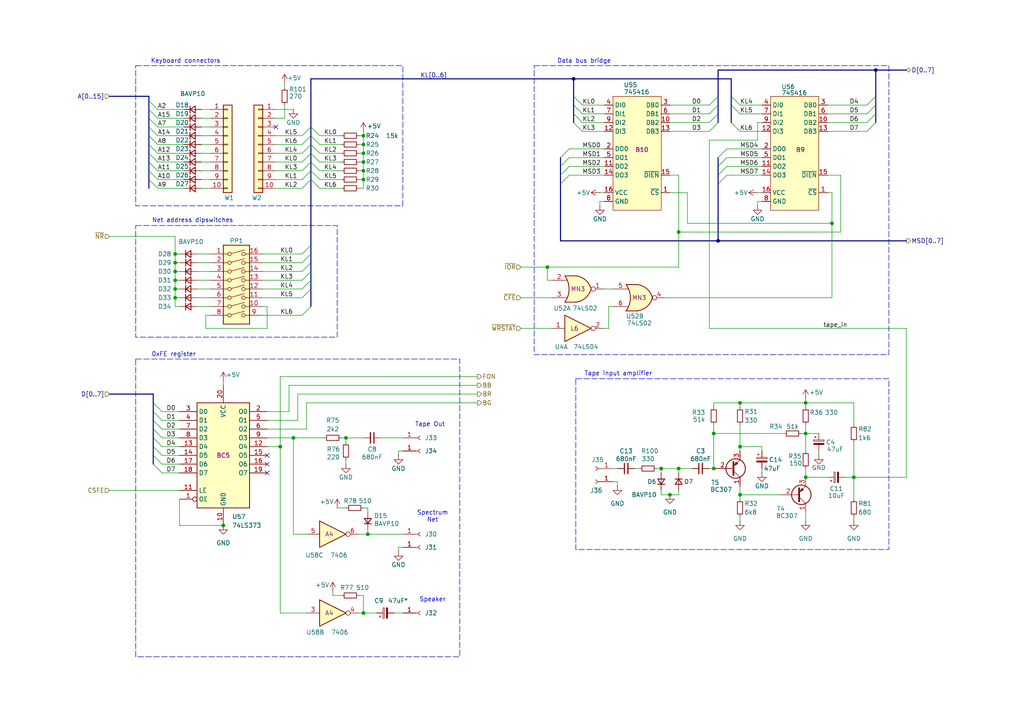
<source format=kicad_sch>
(kicad_sch (version 20231120) (generator "eeschema") (generator_version "8.0")
  (paper "A4")
  (title_block (title "Elwro 800 Junior Rev C - keyboard, tape, 0xFE reg") (company "Przemysław Węgrzyn <pwegrzyn@codepainters.com>"))
  (junction (at 158.75 77.47))
  (junction (at 105.41 177.8))
  (junction (at 208.28 69.85))
  (junction (at 254 20.32))
  (junction (at 214.63 129.54))
  (junction (at 64.77 152.4))
  (junction (at 233.68 116.84))
  (junction (at 50.8 78.74))
  (junction (at 214.63 143.51))
  (junction (at 50.8 81.28))
  (junction (at 166.37 22.86))
  (junction (at 207.01 135.89))
  (junction (at 214.63 116.84))
  (junction (at 105.41 49.53))
  (junction (at 194.31 143.51))
  (junction (at 241.3 64.77))
  (junction (at 50.8 86.36))
  (junction (at 105.41 44.45))
  (junction (at 196.85 135.89))
  (junction (at 105.41 52.07))
  (junction (at 105.41 41.91))
  (junction (at 105.41 39.37))
  (junction (at 50.8 83.82))
  (junction (at 196.85 67.31))
  (junction (at 191.77 135.89))
  (junction (at 207.01 125.73))
  (junction (at 50.8 76.2))
  (junction (at 100.33 127))
  (junction (at 105.41 46.99))
  (junction (at 85.09 127))
  (junction (at 81.28 129.54))
  (junction (at 233.68 125.73))
  (junction (at 233.68 138.43))
  (junction (at 106.68 154.94))
  (junction (at 50.8 73.66))
  (junction (at 247.65 138.43))
  (no_connect (at 77.47 134.62))
  (no_connect (at 77.47 137.16))
  (no_connect (at 80.01 36.83))
  (no_connect (at 77.47 132.08))
  (bus_entry (at 44.45 127) (size 2.54 2.54))
  (bus_entry (at 87.63 49.53) (size 2.54 -2.54))
  (bus_entry (at 43.18 39.37) (size 2.54 2.54))
  (bus_entry (at 210.82 48.26) (size -2.54 2.54))
  (bus_entry (at 87.63 86.36) (size 2.54 -2.54))
  (bus_entry (at 87.63 39.37) (size 2.54 -2.54))
  (bus_entry (at 212.09 27.94) (size 2.54 2.54))
  (bus_entry (at 251.46 33.02) (size 2.54 -2.54))
  (bus_entry (at 87.63 76.2) (size 2.54 -2.54))
  (bus_entry (at 43.18 46.99) (size 2.54 2.54))
  (bus_entry (at 90.17 49.53) (size 2.54 2.54))
  (bus_entry (at 44.45 121.92) (size 2.54 2.54))
  (bus_entry (at 90.17 36.83) (size 2.54 2.54))
  (bus_entry (at 165.1 43.18) (size -2.54 2.54))
  (bus_entry (at 44.45 124.46) (size 2.54 2.54))
  (bus_entry (at 90.17 52.07) (size 2.54 2.54))
  (bus_entry (at 87.63 73.66) (size 2.54 -2.54))
  (bus_entry (at 87.63 83.82) (size 2.54 -2.54))
  (bus_entry (at 166.37 35.56) (size 2.54 2.54))
  (bus_entry (at 43.18 36.83) (size 2.54 2.54))
  (bus_entry (at 165.1 45.72) (size -2.54 2.54))
  (bus_entry (at 251.46 38.1) (size 2.54 -2.54))
  (bus_entry (at 166.37 27.94) (size 2.54 2.54))
  (bus_entry (at 205.74 38.1) (size 2.54 -2.54))
  (bus_entry (at 205.74 30.48) (size 2.54 -2.54))
  (bus_entry (at 44.45 116.84) (size 2.54 2.54))
  (bus_entry (at 87.63 91.44) (size 2.54 -2.54))
  (bus_entry (at 44.45 119.38) (size 2.54 2.54))
  (bus_entry (at 43.18 31.75) (size 2.54 2.54))
  (bus_entry (at 90.17 39.37) (size 2.54 2.54))
  (bus_entry (at 166.37 30.48) (size 2.54 2.54))
  (bus_entry (at 87.63 81.28) (size 2.54 -2.54))
  (bus_entry (at 87.63 44.45) (size 2.54 -2.54))
  (bus_entry (at 87.63 78.74) (size 2.54 -2.54))
  (bus_entry (at 210.82 43.18) (size -2.54 2.54))
  (bus_entry (at 165.1 48.26) (size -2.54 2.54))
  (bus_entry (at 43.18 49.53) (size 2.54 2.54))
  (bus_entry (at 90.17 41.91) (size 2.54 2.54))
  (bus_entry (at 44.45 129.54) (size 2.54 2.54))
  (bus_entry (at 44.45 134.62) (size 2.54 2.54))
  (bus_entry (at 210.82 45.72) (size -2.54 2.54))
  (bus_entry (at 87.63 52.07) (size 2.54 -2.54))
  (bus_entry (at 205.74 35.56) (size 2.54 -2.54))
  (bus_entry (at 44.45 132.08) (size 2.54 2.54))
  (bus_entry (at 43.18 34.29) (size 2.54 2.54))
  (bus_entry (at 43.18 52.07) (size 2.54 2.54))
  (bus_entry (at 87.63 46.99) (size 2.54 -2.54))
  (bus_entry (at 210.82 50.8) (size -2.54 2.54))
  (bus_entry (at 205.74 33.02) (size 2.54 -2.54))
  (bus_entry (at 90.17 44.45) (size 2.54 2.54))
  (bus_entry (at 212.09 30.48) (size 2.54 2.54))
  (bus_entry (at 43.18 41.91) (size 2.54 2.54))
  (bus_entry (at 166.37 33.02) (size 2.54 2.54))
  (bus_entry (at 43.18 29.21) (size 2.54 2.54))
  (bus_entry (at 87.63 41.91) (size 2.54 -2.54))
  (bus_entry (at 87.63 54.61) (size 2.54 -2.54))
  (bus_entry (at 251.46 30.48) (size 2.54 -2.54))
  (bus_entry (at 251.46 35.56) (size 2.54 -2.54))
  (bus_entry (at 90.17 46.99) (size 2.54 2.54))
  (bus_entry (at 165.1 50.8) (size -2.54 2.54))
  (bus_entry (at 43.18 44.45) (size 2.54 2.54))
  (bus_entry (at 212.09 35.56) (size 2.54 2.54))
  (wire (pts (xy 105.41 39.37) (xy 105.41 41.91)))
  (wire (pts (xy 50.8 81.28) (xy 52.07 81.28)))
  (wire (pts (xy 46.99 132.08) (xy 52.07 132.08)))
  (wire (pts (xy 50.8 86.36) (xy 52.07 86.36)))
  (bus (pts (xy 43.18 44.45) (xy 43.18 46.99)))
  (wire (pts (xy 138.43 111.76) (xy 83.82 111.76)))
  (bus (pts (xy 212.09 30.48) (xy 212.09 35.56)))
  (wire (pts (xy 58.42 31.75) (xy 60.96 31.75)))
  (wire (pts (xy 196.85 50.8) (xy 196.85 67.31)))
  (bus (pts (xy 43.18 27.94) (xy 43.18 29.21)))
  (wire (pts (xy 115.57 132.08) (xy 115.57 130.81)))
  (wire (pts (xy 173.99 58.42) (xy 175.26 58.42)))
  (wire (pts (xy 76.2 91.44) (xy 87.63 91.44)))
  (bus (pts (xy 262.89 69.85) (xy 208.28 69.85)))
  (bus (pts (xy 90.17 36.83) (xy 90.17 39.37)))
  (wire (pts (xy 247.65 128.27) (xy 247.65 138.43)))
  (bus (pts (xy 90.17 73.66) (xy 90.17 76.2)))
  (wire (pts (xy 88.9 177.8) (xy 81.28 177.8)))
  (wire (pts (xy 205.74 40.64) (xy 205.74 95.25)))
  (wire (pts (xy 105.41 46.99) (xy 105.41 49.53)))
  (wire (pts (xy 175.26 95.25) (xy 176.53 95.25)))
  (wire (pts (xy 196.85 77.47) (xy 196.85 67.31)))
  (wire (pts (xy 77.47 119.38) (xy 83.82 119.38)))
  (wire (pts (xy 158.75 77.47) (xy 158.75 81.28)))
  (bus (pts (xy 43.18 31.75) (xy 43.18 34.29)))
  (wire (pts (xy 104.14 49.53) (xy 105.41 49.53)))
  (wire (pts (xy 214.63 116.84) (xy 233.68 116.84)))
  (wire (pts (xy 233.68 123.19) (xy 233.68 125.73)))
  (bus (pts (xy 162.56 53.34) (xy 162.56 69.85)))
  (wire (pts (xy 247.65 116.84) (xy 233.68 116.84)))
  (wire (pts (xy 105.41 49.53) (xy 105.41 52.07)))
  (wire (pts (xy 168.91 38.1) (xy 175.26 38.1)))
  (bus (pts (xy 208.28 48.26) (xy 208.28 50.8)))
  (wire (pts (xy 92.71 41.91) (xy 99.06 41.91)))
  (wire (pts (xy 104.14 52.07) (xy 105.41 52.07)))
  (wire (pts (xy 100.33 127) (xy 99.06 127)))
  (wire (pts (xy 194.31 33.02) (xy 205.74 33.02)))
  (wire (pts (xy 105.41 177.8) (xy 104.14 177.8)))
  (wire (pts (xy 196.85 135.89) (xy 196.85 137.16)))
  (wire (pts (xy 219.71 58.42) (xy 220.98 58.42)))
  (wire (pts (xy 214.63 33.02) (xy 220.98 33.02)))
  (wire (pts (xy 77.47 127) (xy 85.09 127)))
  (wire (pts (xy 220.98 129.54) (xy 214.63 129.54)))
  (wire (pts (xy 50.8 73.66) (xy 50.8 68.58)))
  (wire (pts (xy 193.04 86.36) (xy 241.3 86.36)))
  (wire (pts (xy 247.65 138.43) (xy 245.11 138.43)))
  (wire (pts (xy 168.91 30.48) (xy 175.26 30.48)))
  (wire (pts (xy 50.8 78.74) (xy 50.8 81.28)))
  (wire (pts (xy 214.63 118.11) (xy 214.63 116.84)))
  (bus (pts (xy 90.17 76.2) (xy 90.17 78.74)))
  (wire (pts (xy 104.14 154.94) (xy 106.68 154.94)))
  (wire (pts (xy 196.85 67.31) (xy 243.84 67.31)))
  (bus (pts (xy 212.09 27.94) (xy 212.09 30.48)))
  (bus (pts (xy 43.18 49.53) (xy 43.18 52.07)))
  (wire (pts (xy 191.77 135.89) (xy 191.77 137.16)))
  (wire (pts (xy 86.36 121.92) (xy 86.36 114.3)))
  (wire (pts (xy 45.72 36.83) (xy 53.34 36.83)))
  (bus (pts (xy 90.17 39.37) (xy 90.17 41.91)))
  (wire (pts (xy 92.71 44.45) (xy 99.06 44.45)))
  (wire (pts (xy 175.26 83.82) (xy 177.8 83.82)))
  (wire (pts (xy 151.13 77.47) (xy 158.75 77.47)))
  (wire (pts (xy 45.72 41.91) (xy 53.34 41.91)))
  (wire (pts (xy 57.15 78.74) (xy 60.96 78.74)))
  (wire (pts (xy 45.72 31.75) (xy 53.34 31.75)))
  (bus (pts (xy 208.28 30.48) (xy 208.28 27.94)))
  (wire (pts (xy 46.99 134.62) (xy 52.07 134.62)))
  (wire (pts (xy 50.8 86.36) (xy 50.8 88.9)))
  (bus (pts (xy 208.28 20.32) (xy 254 20.32)))
  (bus (pts (xy 43.18 39.37) (xy 43.18 41.91)))
  (wire (pts (xy 151.13 86.36) (xy 160.02 86.36)))
  (wire (pts (xy 52.07 73.66) (xy 50.8 73.66)))
  (bus (pts (xy 254 35.56) (xy 254 33.02)))
  (wire (pts (xy 165.1 48.26) (xy 175.26 48.26)))
  (wire (pts (xy 88.9 116.84) (xy 88.9 124.46)))
  (wire (pts (xy 194.31 55.88) (xy 199.39 55.88)))
  (wire (pts (xy 207.01 125.73) (xy 207.01 135.89)))
  (wire (pts (xy 219.71 59.69) (xy 219.71 58.42)))
  (wire (pts (xy 57.15 83.82) (xy 60.96 83.82)))
  (wire (pts (xy 190.5 135.89) (xy 191.77 135.89)))
  (wire (pts (xy 243.84 67.31) (xy 243.84 50.8)))
  (wire (pts (xy 165.1 45.72) (xy 175.26 45.72)))
  (wire (pts (xy 214.63 149.86) (xy 214.63 151.13)))
  (wire (pts (xy 177.8 135.89) (xy 179.07 135.89)))
  (wire (pts (xy 262.89 95.25) (xy 262.89 138.43)))
  (wire (pts (xy 194.31 143.51) (xy 191.77 143.51)))
  (wire (pts (xy 50.8 73.66) (xy 50.8 76.2)))
  (wire (pts (xy 176.53 95.25) (xy 176.53 88.9)))
  (wire (pts (xy 80.01 34.29) (xy 82.55 34.29)))
  (wire (pts (xy 81.28 129.54) (xy 81.28 109.22)))
  (wire (pts (xy 160.02 81.28) (xy 158.75 81.28)))
  (wire (pts (xy 45.72 46.99) (xy 53.34 46.99)))
  (wire (pts (xy 58.42 49.53) (xy 60.96 49.53)))
  (wire (pts (xy 243.84 50.8) (xy 240.03 50.8)))
  (wire (pts (xy 207.01 123.19) (xy 207.01 125.73)))
  (wire (pts (xy 57.15 76.2) (xy 60.96 76.2)))
  (wire (pts (xy 59.69 95.25) (xy 77.47 95.25)))
  (wire (pts (xy 165.1 43.18) (xy 175.26 43.18)))
  (wire (pts (xy 85.09 127) (xy 85.09 154.94)))
  (wire (pts (xy 31.75 142.24) (xy 52.07 142.24)))
  (wire (pts (xy 80.01 49.53) (xy 87.63 49.53)))
  (bus (pts (xy 208.28 69.85) (xy 162.56 69.85)))
  (wire (pts (xy 240.03 35.56) (xy 251.46 35.56)))
  (wire (pts (xy 199.39 55.88) (xy 199.39 64.77)))
  (bus (pts (xy 44.45 134.62) (xy 44.45 132.08)))
  (bus (pts (xy 43.18 29.21) (xy 43.18 31.75)))
  (wire (pts (xy 50.8 76.2) (xy 50.8 78.74)))
  (wire (pts (xy 81.28 109.22) (xy 138.43 109.22)))
  (wire (pts (xy 233.68 148.59) (xy 233.68 151.13)))
  (wire (pts (xy 196.85 135.89) (xy 200.66 135.89)))
  (bus (pts (xy 208.28 50.8) (xy 208.28 53.34)))
  (wire (pts (xy 50.8 81.28) (xy 50.8 83.82)))
  (wire (pts (xy 240.03 33.02) (xy 251.46 33.02)))
  (wire (pts (xy 50.8 88.9) (xy 52.07 88.9)))
  (wire (pts (xy 179.07 140.97) (xy 179.07 139.7)))
  (wire (pts (xy 50.8 78.74) (xy 52.07 78.74)))
  (wire (pts (xy 220.98 35.56) (xy 219.71 35.56)))
  (wire (pts (xy 110.49 127) (xy 116.84 127)))
  (wire (pts (xy 58.42 44.45) (xy 60.96 44.45)))
  (bus (pts (xy 166.37 22.86) (xy 212.09 22.86)))
  (wire (pts (xy 77.47 124.46) (xy 88.9 124.46)))
  (wire (pts (xy 191.77 143.51) (xy 191.77 142.24)))
  (wire (pts (xy 76.2 81.28) (xy 87.63 81.28)))
  (wire (pts (xy 46.99 119.38) (xy 52.07 119.38)))
  (wire (pts (xy 241.3 64.77) (xy 199.39 64.77)))
  (wire (pts (xy 59.69 91.44) (xy 59.69 95.25)))
  (wire (pts (xy 58.42 34.29) (xy 60.96 34.29)))
  (wire (pts (xy 115.57 130.81) (xy 116.84 130.81)))
  (wire (pts (xy 105.41 172.72) (xy 105.41 177.8)))
  (wire (pts (xy 105.41 44.45) (xy 105.41 46.99)))
  (wire (pts (xy 237.49 125.73) (xy 233.68 125.73)))
  (wire (pts (xy 210.82 43.18) (xy 220.98 43.18)))
  (wire (pts (xy 80.01 44.45) (xy 87.63 44.45)))
  (wire (pts (xy 194.31 143.51) (xy 196.85 143.51)))
  (wire (pts (xy 86.36 114.3) (xy 138.43 114.3)))
  (wire (pts (xy 80.01 31.75) (xy 85.09 31.75)))
  (wire (pts (xy 97.79 147.32) (xy 100.33 147.32)))
  (wire (pts (xy 80.01 41.91) (xy 87.63 41.91)))
  (wire (pts (xy 105.41 38.1) (xy 105.41 39.37)))
  (wire (pts (xy 220.98 130.81) (xy 220.98 129.54)))
  (bus (pts (xy 254 20.32) (xy 254 27.94)))
  (wire (pts (xy 105.41 147.32) (xy 106.68 147.32)))
  (bus (pts (xy 162.56 48.26) (xy 162.56 50.8)))
  (wire (pts (xy 115.57 160.02) (xy 115.57 158.75)))
  (wire (pts (xy 210.82 50.8) (xy 220.98 50.8)))
  (wire (pts (xy 50.8 83.82) (xy 52.07 83.82)))
  (wire (pts (xy 46.99 127) (xy 52.07 127)))
  (wire (pts (xy 214.63 116.84) (xy 207.01 116.84)))
  (wire (pts (xy 105.41 54.61) (xy 104.14 54.61)))
  (wire (pts (xy 58.42 36.83) (xy 60.96 36.83)))
  (wire (pts (xy 45.72 54.61) (xy 53.34 54.61)))
  (wire (pts (xy 46.99 137.16) (xy 52.07 137.16)))
  (bus (pts (xy 254 30.48) (xy 254 27.94)))
  (wire (pts (xy 45.72 34.29) (xy 53.34 34.29)))
  (wire (pts (xy 173.99 59.69) (xy 173.99 58.42)))
  (wire (pts (xy 194.31 35.56) (xy 205.74 35.56)))
  (wire (pts (xy 247.65 123.19) (xy 247.65 116.84)))
  (wire (pts (xy 80.01 46.99) (xy 87.63 46.99)))
  (wire (pts (xy 219.71 35.56) (xy 219.71 40.64)))
  (wire (pts (xy 237.49 130.81) (xy 237.49 132.08)))
  (wire (pts (xy 92.71 39.37) (xy 99.06 39.37)))
  (wire (pts (xy 241.3 64.77) (xy 241.3 86.36)))
  (wire (pts (xy 81.28 177.8) (xy 81.28 129.54)))
  (wire (pts (xy 168.91 33.02) (xy 175.26 33.02)))
  (bus (pts (xy 43.18 34.29) (xy 43.18 36.83)))
  (wire (pts (xy 115.57 158.75) (xy 116.84 158.75)))
  (bus (pts (xy 90.17 44.45) (xy 90.17 46.99)))
  (wire (pts (xy 76.2 78.74) (xy 87.63 78.74)))
  (wire (pts (xy 77.47 129.54) (xy 81.28 129.54)))
  (wire (pts (xy 57.15 86.36) (xy 60.96 86.36)))
  (wire (pts (xy 106.68 154.94) (xy 116.84 154.94)))
  (bus (pts (xy 44.45 119.38) (xy 44.45 116.84)))
  (bus (pts (xy 208.28 53.34) (xy 208.28 69.85)))
  (bus (pts (xy 90.17 22.86) (xy 90.17 36.83)))
  (wire (pts (xy 114.3 177.8) (xy 116.84 177.8)))
  (wire (pts (xy 58.42 46.99) (xy 60.96 46.99)))
  (wire (pts (xy 105.41 41.91) (xy 105.41 44.45)))
  (wire (pts (xy 191.77 135.89) (xy 196.85 135.89)))
  (bus (pts (xy 166.37 27.94) (xy 166.37 30.48)))
  (wire (pts (xy 100.33 127) (xy 105.41 127)))
  (wire (pts (xy 207.01 116.84) (xy 207.01 118.11)))
  (bus (pts (xy 90.17 71.12) (xy 90.17 73.66)))
  (wire (pts (xy 76.2 83.82) (xy 87.63 83.82)))
  (wire (pts (xy 57.15 88.9) (xy 60.96 88.9)))
  (wire (pts (xy 52.07 152.4) (xy 64.77 152.4)))
  (wire (pts (xy 105.41 52.07) (xy 105.41 54.61)))
  (wire (pts (xy 106.68 147.32) (xy 106.68 148.59)))
  (wire (pts (xy 76.2 86.36) (xy 87.63 86.36)))
  (wire (pts (xy 80.01 54.61) (xy 87.63 54.61)))
  (wire (pts (xy 77.47 95.25) (xy 77.47 88.9)))
  (bus (pts (xy 90.17 46.99) (xy 90.17 49.53)))
  (wire (pts (xy 168.91 35.56) (xy 175.26 35.56)))
  (wire (pts (xy 57.15 73.66) (xy 60.96 73.66)))
  (bus (pts (xy 90.17 22.86) (xy 166.37 22.86)))
  (wire (pts (xy 184.15 135.89) (xy 185.42 135.89)))
  (wire (pts (xy 214.63 140.97) (xy 214.63 143.51)))
  (bus (pts (xy 162.56 50.8) (xy 162.56 53.34)))
  (wire (pts (xy 77.47 88.9) (xy 76.2 88.9)))
  (wire (pts (xy 77.47 121.92) (xy 86.36 121.92)))
  (wire (pts (xy 210.82 45.72) (xy 220.98 45.72)))
  (wire (pts (xy 176.53 88.9) (xy 177.8 88.9)))
  (wire (pts (xy 50.8 76.2) (xy 52.07 76.2)))
  (wire (pts (xy 46.99 124.46) (xy 52.07 124.46)))
  (bus (pts (xy 212.09 22.86) (xy 212.09 27.94)))
  (bus (pts (xy 44.45 121.92) (xy 44.45 119.38)))
  (bus (pts (xy 44.45 127) (xy 44.45 124.46)))
  (wire (pts (xy 45.72 52.07) (xy 53.34 52.07)))
  (bus (pts (xy 208.28 20.32) (xy 208.28 27.94)))
  (bus (pts (xy 44.45 124.46) (xy 44.45 121.92)))
  (bus (pts (xy 43.18 36.83) (xy 43.18 39.37)))
  (bus (pts (xy 254 33.02) (xy 254 30.48)))
  (bus (pts (xy 43.18 41.91) (xy 43.18 44.45)))
  (bus (pts (xy 166.37 33.02) (xy 166.37 35.56)))
  (wire (pts (xy 76.2 73.66) (xy 87.63 73.66)))
  (wire (pts (xy 58.42 52.07) (xy 60.96 52.07)))
  (wire (pts (xy 104.14 41.91) (xy 105.41 41.91)))
  (wire (pts (xy 165.1 50.8) (xy 175.26 50.8)))
  (wire (pts (xy 50.8 83.82) (xy 50.8 86.36)))
  (wire (pts (xy 52.07 144.78) (xy 52.07 152.4)))
  (bus (pts (xy 90.17 78.74) (xy 90.17 81.28)))
  (wire (pts (xy 82.55 34.29) (xy 82.55 30.48)))
  (wire (pts (xy 232.41 125.73) (xy 233.68 125.73)))
  (wire (pts (xy 104.14 44.45) (xy 105.41 44.45)))
  (wire (pts (xy 194.31 30.48) (xy 205.74 30.48)))
  (wire (pts (xy 104.14 46.99) (xy 105.41 46.99)))
  (wire (pts (xy 196.85 143.51) (xy 196.85 142.24)))
  (bus (pts (xy 31.75 114.3) (xy 44.45 114.3)))
  (wire (pts (xy 64.77 110.49) (xy 64.77 111.76)))
  (wire (pts (xy 240.03 30.48) (xy 251.46 30.48)))
  (wire (pts (xy 82.55 24.13) (xy 82.55 25.4)))
  (wire (pts (xy 85.09 154.94) (xy 88.9 154.94)))
  (wire (pts (xy 45.72 44.45) (xy 53.34 44.45)))
  (wire (pts (xy 58.42 41.91) (xy 60.96 41.91)))
  (wire (pts (xy 158.75 77.47) (xy 196.85 77.47)))
  (wire (pts (xy 151.13 95.25) (xy 160.02 95.25)))
  (wire (pts (xy 205.74 40.64) (xy 219.71 40.64)))
  (bus (pts (xy 162.56 45.72) (xy 162.56 48.26)))
  (wire (pts (xy 205.74 95.25) (xy 262.89 95.25)))
  (bus (pts (xy 90.17 81.28) (xy 90.17 83.82)))
  (wire (pts (xy 92.71 54.61) (xy 99.06 54.61)))
  (wire (pts (xy 241.3 64.77) (xy 241.3 55.88)))
  (bus (pts (xy 166.37 30.48) (xy 166.37 33.02)))
  (wire (pts (xy 214.63 143.51) (xy 214.63 144.78)))
  (bus (pts (xy 166.37 22.86) (xy 166.37 27.94)))
  (wire (pts (xy 60.96 91.44) (xy 59.69 91.44)))
  (wire (pts (xy 58.42 39.37) (xy 60.96 39.37)))
  (wire (pts (xy 92.71 46.99) (xy 99.06 46.99)))
  (wire (pts (xy 240.03 38.1) (xy 251.46 38.1)))
  (wire (pts (xy 138.43 116.84) (xy 88.9 116.84)))
  (wire (pts (xy 100.33 133.35) (xy 100.33 134.62)))
  (wire (pts (xy 173.99 55.88) (xy 175.26 55.88)))
  (wire (pts (xy 92.71 49.53) (xy 99.06 49.53)))
  (wire (pts (xy 46.99 121.92) (xy 52.07 121.92)))
  (wire (pts (xy 45.72 49.53) (xy 53.34 49.53)))
  (bus (pts (xy 90.17 49.53) (xy 90.17 52.07)))
  (wire (pts (xy 210.82 48.26) (xy 220.98 48.26)))
  (wire (pts (xy 104.14 172.72) (xy 105.41 172.72)))
  (wire (pts (xy 96.52 172.72) (xy 99.06 172.72)))
  (wire (pts (xy 105.41 177.8) (xy 109.22 177.8)))
  (wire (pts (xy 214.63 123.19) (xy 214.63 129.54)))
  (bus (pts (xy 90.17 41.91) (xy 90.17 44.45)))
  (bus (pts (xy 43.18 46.99) (xy 43.18 49.53)))
  (wire (pts (xy 92.71 52.07) (xy 99.06 52.07)))
  (wire (pts (xy 214.63 38.1) (xy 220.98 38.1)))
  (wire (pts (xy 214.63 143.51) (xy 226.06 143.51)))
  (bus (pts (xy 254 20.32) (xy 262.89 20.32)))
  (wire (pts (xy 247.65 149.86) (xy 247.65 151.13)))
  (bus (pts (xy 44.45 116.84) (xy 44.45 114.3)))
  (bus (pts (xy 208.28 45.72) (xy 208.28 48.26)))
  (bus (pts (xy 43.18 52.07) (xy 43.18 54.61)))
  (wire (pts (xy 83.82 111.76) (xy 83.82 119.38)))
  (bus (pts (xy 44.45 129.54) (xy 44.45 127)))
  (bus (pts (xy 90.17 52.07) (xy 90.17 71.12)))
  (wire (pts (xy 104.14 39.37) (xy 105.41 39.37)))
  (wire (pts (xy 80.01 52.07) (xy 87.63 52.07)))
  (wire (pts (xy 219.71 55.88) (xy 220.98 55.88)))
  (wire (pts (xy 58.42 54.61) (xy 60.96 54.61)))
  (wire (pts (xy 194.31 38.1) (xy 205.74 38.1)))
  (wire (pts (xy 241.3 55.88) (xy 240.03 55.88)))
  (bus (pts (xy 31.75 27.94) (xy 43.18 27.94)))
  (wire (pts (xy 207.01 125.73) (xy 227.33 125.73)))
  (wire (pts (xy 96.52 171.45) (xy 96.52 172.72)))
  (wire (pts (xy 247.65 144.78) (xy 247.65 138.43)))
  (wire (pts (xy 80.01 39.37) (xy 87.63 39.37)))
  (wire (pts (xy 205.74 135.89) (xy 207.01 135.89)))
  (wire (pts (xy 194.31 50.8) (xy 196.85 50.8)))
  (wire (pts (xy 85.09 127) (xy 93.98 127)))
  (wire (pts (xy 233.68 135.89) (xy 233.68 138.43)))
  (wire (pts (xy 247.65 138.43) (xy 262.89 138.43)))
  (bus (pts (xy 208.28 35.56) (xy 208.28 33.02)))
  (wire (pts (xy 233.68 125.73) (xy 233.68 130.81)))
  (wire (pts (xy 31.75 68.58) (xy 50.8 68.58)))
  (wire (pts (xy 233.68 115.57) (xy 233.68 116.84)))
  (wire (pts (xy 76.2 76.2) (xy 87.63 76.2)))
  (wire (pts (xy 46.99 129.54) (xy 52.07 129.54)))
  (wire (pts (xy 100.33 128.27) (xy 100.33 127)))
  (bus (pts (xy 44.45 132.08) (xy 44.45 129.54)))
  (wire (pts (xy 233.68 116.84) (xy 233.68 118.11)))
  (wire (pts (xy 214.63 30.48) (xy 220.98 30.48)))
  (wire (pts (xy 45.72 39.37) (xy 53.34 39.37)))
  (wire (pts (xy 106.68 153.67) (xy 106.68 154.94)))
  (wire (pts (xy 220.98 135.89) (xy 220.98 137.16)))
  (bus (pts (xy 208.28 33.02) (xy 208.28 30.48)))
  (bus (pts (xy 90.17 83.82) (xy 90.17 88.9)))
  (wire (pts (xy 179.07 139.7) (xy 177.8 139.7)))
  (wire (pts (xy 214.63 129.54) (xy 214.63 130.81)))
  (wire (pts (xy 57.15 81.28) (xy 60.96 81.28)))
  (wire (pts (xy 233.68 138.43) (xy 240.03 138.43)))
  (rectangle (start 154.94 19.05) (end 257.81 102.87) (stroke (width 0) (type dash)))
  (rectangle (start 167.005 109.855) (end 257.81 159.385) (stroke (width 0) (type dash)))
  (rectangle (start 39.37 19.05) (end 116.84 59.69) (stroke (width 0) (type dash)))
  (rectangle (start 39.37 104.14) (end 133.35 190.5) (stroke (width 0) (type dash)))
  (rectangle (start 39.37 65.405) (end 97.79 97.79) (stroke (width 0) (type dash)))
  (text "Keyboard connectors" (at 53.848 17.78 0) (effects (font (size 1.27 1.27))))
  (text "Net address dipswitches" (at 55.88 64.008 0) (effects (font (size 1.27 1.27))))
  (text "Speaker" (at 125.476 173.99 0) (effects (font (size 1.27 1.27))))
  (text "Spectrum\nNet" (at 125.476 149.86 0) (effects (font (size 1.27 1.27))))
  (text "0xFE register" (at 43.942 102.87 0) (effects (font (size 1.27 1.27)) (justify left)))
  (text "Tape Out" (at 124.714 123.19 0) (effects (font (size 1.27 1.27))))
  (text "Tape input amplifier" (at 179.324 108.458 0) (effects (font (size 1.27 1.27))))
  (text "Data bus bridge" (at 169.418 17.78 0) (effects (font (size 1.27 1.27))))
  (label "KL2" (at 82.55 54.61 0))
  (label "tape_in" (at 238.76 95.25 0))
  (label "KL1" (at 82.55 52.07 0))
  (label "MSD1" (at 168.91 45.72 0))
  (label "KL3" (at 81.28 81.28 0))
  (label "KL5" (at 81.28 86.36 0))
  (label "A15" (at 45.72 34.29 0))
  (label "A14" (at 45.72 39.37 0))
  (label "KL1" (at 81.28 76.2 0))
  (label "KL5" (at 82.55 39.37 0))
  (label "D7" (at 246.38 38.1 0))
  (label "D4" (at 246.38 30.48 0))
  (label "KL5" (at 93.98 52.07 0))
  (label "KL2" (at 93.98 44.45 0))
  (label "KL4" (at 93.98 49.53 0))
  (label "A7" (at 45.72 36.83 0))
  (label "KL3" (at 168.91 38.1 0))
  (label "KL6" (at 81.28 91.44 0))
  (label "KL1" (at 93.98 41.91 0))
  (label "KL0" (at 81.28 73.66 0))
  (label "D1" (at 200.66 33.02 0))
  (label "KL2" (at 81.28 78.74 0))
  (label "MSD0" (at 168.91 43.18 0))
  (label "KL5" (at 214.63 33.02 0))
  (label "KL3" (at 93.98 46.99 0))
  (label "D6" (at 48.26 134.62 0))
  (label "D5" (at 48.26 132.08 0))
  (label "A12" (at 45.72 44.45 0))
  (label "A13" (at 45.72 46.99 0))
  (label "D6" (at 246.38 35.56 0))
  (label "KL0" (at 168.91 30.48 0))
  (label "D7" (at 48.26 137.16 0))
  (label "KL0" (at 82.55 46.99 0))
  (label "KL3" (at 82.55 49.53 0))
  (label "KL6" (at 214.63 38.1 0))
  (label "MSD2" (at 168.91 48.26 0))
  (label "A11" (at 45.72 49.53 0))
  (label "KL4" (at 82.55 44.45 0))
  (label "KL6" (at 93.98 54.61 0))
  (label "KL6" (at 82.55 41.91 0))
  (label "A10" (at 45.72 52.07 0))
  (label "D0" (at 200.66 30.48 0))
  (label "KL0" (at 93.98 39.37 0))
  (label "D2" (at 200.66 35.56 0))
  (label "D3" (at 200.66 38.1 0))
  (label "D5" (at 246.38 33.02 0))
  (label "KL[0..6]" (at 121.92 22.86 0))
  (label "MSD4" (at 214.63 43.18 0))
  (label "MSD6" (at 214.63 48.26 0))
  (label "D1" (at 48.26 121.92 0))
  (label "A2" (at 45.72 31.75 0))
  (label "MSD7" (at 214.63 50.8 0))
  (label "KL4" (at 81.28 83.82 0))
  (label "D2" (at 48.26 124.46 0))
  (label "KL4" (at 214.63 30.48 0))
  (label "KL2" (at 168.91 35.56 0))
  (label "MSD3" (at 168.91 50.8 0))
  (label "A9" (at 45.72 54.61 0))
  (label "D4" (at 48.26 129.54 0))
  (label "MSD5" (at 214.63 45.72 0))
  (label "D3" (at 48.26 127 0))
  (label "KL1" (at 168.91 33.02 0))
  (label "D0" (at 48.26 119.38 0))
  (label "A8" (at 45.72 41.91 0))
  (hierarchical_label "CSFE" (shape input) (at 31.75 142.24 180))
  (hierarchical_label "BG" (shape output) (at 138.43 116.84 0))
  (hierarchical_label "~{CFE}" (shape input) (at 151.13 86.36 180))
  (hierarchical_label "BR" (shape output) (at 138.43 114.3 0))
  (hierarchical_label "~{IOR}" (shape input) (at 151.13 77.47 180))
  (hierarchical_label "~{WRSTAT}" (shape input) (at 151.13 95.25 180))
  (hierarchical_label "FON" (shape output) (at 138.43 109.22 0))
  (hierarchical_label "~{NR}" (shape input) (at 31.75 68.58 180))
  (hierarchical_label "D[0..7]" (shape bidirectional) (at 262.89 20.32 0))
  (hierarchical_label "BB" (shape output) (at 138.43 111.76 0))
  (hierarchical_label "A[0..15]" (shape input) (at 31.75 27.94 180))
  (hierarchical_label "D[0..7]" (shape input) (at 31.75 114.3 180))
  (hierarchical_label "MSD[0..7]" (shape output) (at 262.89 69.85 0))
  (symbol (lib_id "Device:R_Small") (at 207.01 120.65 180) (unit 1)
    (property "Reference" "R33" (at 200.66 119.634 0) (effects (justify right)))
    (property "Value" "51k" (at 200.914 121.666 0) (effects (justify right)))
    (property "Footprint" "e800j_custom:r_400" (effects (hide yes)))
    (property "Description" "Resistor, small symbol" (effects (hide yes)))
    (property "OrigValue" "51k1" (effects (hide yes)))
  )
  (symbol (lib_id "power:GND") (at 100.33 134.62 0) (unit 1)
    (property "Reference" "#PWR0160" (effects (hide yes)))
    (property "Value" "GND" (at 100.33 138.43 0))
    (property "Description" "Power symbol creates a global label with name \"GND\" , ground" (effects (hide yes)))
  )
  (symbol (lib_id "Device:D_Small") (at 196.85 139.7 270) (unit 1)
    (property "Reference" "D7" (at 198.374 139.7 90) (effects (justify left)))
    (property "Value" "BAVP10" (effects (hide yes)))
    (property "Footprint" "e800j_custom:DO35_300" (effects (hide yes)))
    (property "Description" "Diode, small symbol" (effects (hide yes)))
    (property "Sim.Device" "D" (effects (hide yes)))
    (property "Sim.Pins" "1=K 2=A" (effects (hide yes)))
  )
  (symbol (lib_id "power:GND") (at 179.07 140.97 0) (unit 1)
    (property "Reference" "#PWR0207" (effects (hide yes)))
    (property "Value" "GND" (at 179.07 146.05 0))
    (property "Description" "Power symbol creates a global label with name \"GND\" , ground" (effects (hide yes)))
  )
  (symbol (lib_id "Device:D_Small") (at 54.61 86.36 0) (unit 1)
    (property "Reference" "D33" (at 47.752 86.36 0))
    (property "Value" "BAVP10" (effects (hide yes)))
    (property "Footprint" "e800j_custom:DO35_400" (effects (hide yes)))
    (property "Description" "Diode, small symbol" (effects (hide yes)))
    (property "Sim.Device" "D" (effects (hide yes)))
    (property "Sim.Pins" "1=K 2=A" (effects (hide yes)))
  )
  (symbol (lib_id "power:GND") (at 115.57 160.02 0) (unit 1)
    (property "Reference" "#PWR0170" (effects (hide yes)))
    (property "Value" "GND" (at 115.57 163.83 0))
    (property "Description" "Power symbol creates a global label with name \"GND\" , ground" (effects (hide yes)))
  )
  (symbol (lib_id "power:+5V") (at 64.77 110.49 0) (unit 1)
    (property "Reference" "#PWR0159" (effects (hide yes)))
    (property "Value" "+5V" (at 67.564 108.712 0))
    (property "Description" "Power symbol creates a global label with name \"+5V\"" (effects (hide yes)))
  )
  (symbol (lib_id "Device:D_Small") (at 55.88 52.07 0) (unit 1)
    (property "Reference" "D26" (at 52.832 50.8 0))
    (property "Value" "BAVP10" (effects (hide yes)))
    (property "Footprint" "e800j_custom:DO35_400" (effects (hide yes)))
    (property "Description" "Diode, small symbol" (effects (hide yes)))
    (property "Sim.Device" "D" (effects (hide yes)))
    (property "Sim.Pins" "1=K 2=A" (effects (hide yes)))
  )
  (symbol (lib_id "Device:R_Small") (at 229.87 125.73 90) (unit 1)
    (property "Reference" "R34" (at 225.044 123.698 90))
    (property "Value" "51k" (at 229.87 123.698 90))
    (property "Footprint" "e800j_custom:r_400" (effects (hide yes)))
    (property "Description" "Resistor, small symbol" (effects (hide yes)))
    (property "OrigValue" "51k1" (effects (hide yes)))
  )
  (symbol (lib_id "Device:R_Small") (at 101.6 52.07 90) (unit 1)
    (property "Reference" "R29" (at 109.982 52.07 90) (effects (justify left)))
    (property "Value" "15k" (effects (hide yes)))
    (property "Footprint" "e800j_custom:r_400" (effects (hide yes)))
    (property "Description" "Resistor, small symbol" (effects (hide yes)))
    (property "OrigValue" "14k7" (effects (hide yes)))
  )
  (symbol (lib_id "Device:D_Small") (at 55.88 41.91 0) (unit 1)
    (property "Reference" "D22" (at 52.832 40.64 0))
    (property "Value" "BAVP10" (effects (hide yes)))
    (property "Footprint" "e800j_custom:DO35_400" (effects (hide yes)))
    (property "Description" "Diode, small symbol" (effects (hide yes)))
    (property "Sim.Device" "D" (effects (hide yes)))
    (property "Sim.Pins" "1=K 2=A" (effects (hide yes)))
  )
  (symbol (lib_id "e800j_custom:8216") (at 223.52 27.94 0) (unit 1)
    (property "Reference" "U56" (at 228.6 25.146 0))
    (property "Value" "74S416" (at 230.378 26.924 0))
    (property "Footprint" "e800j_custom:DIP16_300" (effects (hide yes)))
    (property "OrigRef" "B9" (at 232.156 43.434 0))
    (property "OrigType" "UCY74S416N" (effects (hide yes)))
  )
  (symbol (lib_id "74xx:74LS373") (at 64.77 132.08 0) (unit 1)
    (property "Reference" "U57" (at 67.31 149.86 0) (effects (justify left)))
    (property "Value" "74LS373" (at 67.31 152.4 0) (effects (justify left)))
    (property "Footprint" "e800j_custom:DIP20_300" (effects (hide yes)))
    (property "Datasheet" "http://www.ti.com/lit/gpn/sn74LS373" (effects (hide yes)))
    (property "Description" "8-bit Latch, 3-state outputs" (effects (hide yes)))
    (property "OrigRef" "BC5" (at 64.77 132.08 0))
    (property "OrigType" "К555ИР22" (effects (hide yes)))
  )
  (symbol (lib_id "power:GND") (at 173.99 59.69 0) (unit 1)
    (property "Reference" "#PWR0155" (effects (hide yes)))
    (property "Value" "GND" (at 173.99 63.5 0))
    (property "Description" "Power symbol creates a global label with name \"GND\" , ground" (effects (hide yes)))
  )
  (symbol (lib_id "power:+5V") (at 105.41 38.1 0) (unit 1)
    (property "Reference" "#PWR0153" (effects (hide yes)))
    (property "Value" "+5V" (at 108.458 36.576 0))
    (property "Description" "Power symbol creates a global label with name \"+5V\"" (effects (hide yes)))
  )
  (symbol (lib_id "power:+5V") (at 82.55 24.13 0) (unit 1)
    (property "Reference" "#PWR0152" (effects (hide yes)))
    (property "Value" "+5V" (at 85.344 22.606 0))
    (property "Description" "Power symbol creates a global label with name \"+5V\"" (effects (hide yes)))
  )
  (symbol (lib_id "Device:R_Small") (at 214.63 120.65 0) (unit 1)
    (property "Reference" "R31" (at 215.9 119.38 0) (effects (justify left)))
    (property "Value" "330" (at 215.9 121.92 0) (effects (justify left)))
    (property "Footprint" "e800j_custom:r_400" (effects (hide yes)))
    (property "Description" "Resistor, small symbol" (effects (hide yes)))
    (property "OrigValue" "316" (effects (hide yes)))
  )
  (symbol (lib_id "power:GND") (at 214.63 151.13 0) (unit 1)
    (property "Reference" "#PWR0162" (effects (hide yes)))
    (property "Value" "GND" (at 214.63 156.21 0))
    (property "Description" "Power symbol creates a global label with name \"GND\" , ground" (effects (hide yes)))
  )
  (symbol (lib_id "Device:R_Small") (at 101.6 41.91 90) (unit 1)
    (property "Reference" "R25" (at 109.982 41.91 90) (effects (justify left)))
    (property "Value" "15k" (effects (hide yes)))
    (property "Footprint" "e800j_custom:r_400" (effects (hide yes)))
    (property "Description" "Resistor, small symbol" (effects (hide yes)))
    (property "OrigValue" "14k7" (effects (hide yes)))
  )
  (symbol (lib_id "Device:C_Small") (at 181.61 135.89 90) (unit 1)
    (property "Reference" "C13" (at 181.61 130.81 90))
    (property "Value" "680nF" (at 181.61 133.096 90))
    (property "Footprint" "e800j_custom:c_200" (effects (hide yes)))
    (property "Description" "Unpolarized capacitor, small symbol" (effects (hide yes)))
  )
  (symbol (lib_id "Device:R_Small") (at 102.87 147.32 90) (unit 1)
    (property "Reference" "R78" (at 101.6 145.288 90))
    (property "Value" "510" (at 105.918 145.288 90))
    (property "Footprint" "e800j_custom:r_500" (effects (hide yes)))
    (property "Description" "Resistor, small symbol" (effects (hide yes)))
    (property "OrigValue" "511" (effects (hide yes)))
  )
  (symbol (lib_id "Device:D_Small") (at 55.88 54.61 0) (unit 1)
    (property "Reference" "D27" (at 52.832 53.34 0))
    (property "Value" "BAVP10" (effects (hide yes)))
    (property "Footprint" "e800j_custom:DO35_400" (effects (hide yes)))
    (property "Description" "Diode, small symbol" (effects (hide yes)))
    (property "Sim.Device" "D" (effects (hide yes)))
    (property "Sim.Pins" "1=K 2=A" (effects (hide yes)))
  )
  (symbol (lib_id "Device:R_Small") (at 96.52 127 90) (unit 1)
    (property "Reference" "R75" (at 96.52 121.92 90))
    (property "Value" "2k2" (at 96.52 124.46 90))
    (property "Footprint" "e800j_custom:r_400" (effects (hide yes)))
    (property "Description" "Resistor, small symbol" (effects (hide yes)))
    (property "OrigValue" "2k15" (effects (hide yes)))
  )
  (symbol (lib_id "power:GND") (at 85.09 31.75 0) (unit 1)
    (property "Reference" "#PWR0151" (effects (hide yes)))
    (property "Value" "GND" (at 85.09 35.56 0))
    (property "Description" "Power symbol creates a global label with name \"GND\" , ground" (effects (hide yes)))
  )
  (symbol (lib_id "power:+5V") (at 97.79 147.32 0) (unit 1)
    (property "Reference" "#PWR0169" (effects (hide yes)))
    (property "Value" "+5V" (at 94.742 145.542 0))
    (property "Description" "Power symbol creates a global label with name \"+5V\"" (effects (hide yes)))
  )
  (symbol (lib_id "74xx:74LS02") (at 167.64 83.82 0) (unit 1)
    (property "Reference" "U52" (at 163.068 89.408 0))
    (property "Value" "74LS02" (at 169.672 89.408 0))
    (property "Footprint" "e800j_custom:DIP14_300" (effects (hide yes)))
    (property "Datasheet" "http://www.ti.com/lit/gpn/sn74ls02" (effects (hide yes)))
    (property "Description" "quad 2-input NOR gate" (effects (hide yes)))
    (property "OrigRef" "MN3" (at 167.64 83.82 0))
    (property "OrigType" "UCY74LS02N" (effects (hide yes)))
  )
  (symbol (lib_id "Device:R_Small") (at 233.68 120.65 0) (unit 1)
    (property "Reference" "R36" (at 238.76 119.634 0) (effects (justify right)))
    (property "Value" "330" (at 243.078 119.634 0) (effects (justify right)))
    (property "Footprint" "e800j_custom:r_400" (effects (hide yes)))
    (property "Description" "Resistor, small symbol" (effects (hide yes)))
    (property "OrigValue" "316" (effects (hide yes)))
  )
  (symbol (lib_id "Device:D_Small") (at 55.88 34.29 0) (unit 1)
    (property "Reference" "D19" (at 52.832 33.02 0))
    (property "Value" "BAVP10" (effects (hide yes)))
    (property "Footprint" "e800j_custom:DO35_400" (effects (hide yes)))
    (property "Description" "Diode, small symbol" (effects (hide yes)))
    (property "Sim.Device" "D" (effects (hide yes)))
    (property "Sim.Pins" "1=K 2=A" (effects (hide yes)))
  )
  (symbol (lib_id "Device:R_Small") (at 101.6 54.61 90) (unit 1)
    (property "Reference" "R30" (at 109.982 54.61 90) (effects (justify left)))
    (property "Value" "15k" (effects (hide yes)))
    (property "Footprint" "e800j_custom:r_400" (effects (hide yes)))
    (property "Description" "Resistor, small symbol" (effects (hide yes)))
    (property "OrigValue" "14k7" (effects (hide yes)))
  )
  (symbol (lib_id "Transistor_BJT:BC307") (at 231.14 143.51 0) (mirror x) (unit 1)
    (property "Reference" "T4" (at 225.298 147.574 0) (effects (justify left)))
    (property "Value" "BC307" (at 225.044 149.606 0) (effects (justify left)))
    (property "Footprint" "e800j_custom:TO-92" (effects (hide yes)))
    (property "Datasheet" "http://www.onsemi.com/pub_link/Collateral/BC307-D.PDF" (effects (hide yes)))
    (property "Description" "100mA Ic, 45V Vce, Epitaxial Silicon PNP Transistor, TO-92" (effects (hide yes)))
  )
  (symbol (lib_id "Device:D_Small") (at 55.88 49.53 0) (unit 1)
    (property "Reference" "D25" (at 52.832 48.26 0))
    (property "Value" "BAVP10" (effects (hide yes)))
    (property "Footprint" "e800j_custom:DO35_400" (effects (hide yes)))
    (property "Description" "Diode, small symbol" (effects (hide yes)))
    (property "Sim.Device" "D" (effects (hide yes)))
    (property "Sim.Pins" "1=K 2=A" (effects (hide yes)))
  )
  (symbol (lib_id "Device:D_Small") (at 55.88 39.37 0) (unit 1)
    (property "Reference" "D21" (at 52.832 38.1 0))
    (property "Value" "BAVP10" (effects (hide yes)))
    (property "Footprint" "e800j_custom:DO35_400" (effects (hide yes)))
    (property "Description" "Diode, small symbol" (effects (hide yes)))
    (property "Sim.Device" "D" (effects (hide yes)))
    (property "Sim.Pins" "1=K 2=A" (effects (hide yes)))
  )
  (symbol (lib_id "power:GND") (at 64.77 152.4 0) (unit 1)
    (property "Reference" "#PWR0158" (effects (hide yes)))
    (property "Value" "GND" (at 64.77 157.48 0))
    (property "Description" "Power symbol creates a global label with name \"GND\" , ground" (effects (hide yes)))
  )
  (symbol (lib_id "power:GND") (at 247.65 151.13 0) (unit 1)
    (property "Reference" "#PWR0166" (effects (hide yes)))
    (property "Value" "GND" (at 247.65 156.21 0))
    (property "Description" "Power symbol creates a global label with name \"GND\" , ground" (effects (hide yes)))
  )
  (symbol (lib_id "74xx:74LS06") (at 96.52 177.8 0) (unit 2)
    (property "Reference" "U58" (at 91.44 183.388 0))
    (property "Value" "7406" (at 98.552 183.388 0))
    (property "Footprint" "e800j_custom:DIP14_300" (effects (hide yes)))
    (property "Datasheet" "http://www.ti.com/lit/gpn/sn74LS06" (effects (hide yes)))
    (property "Description" "Inverter Open Collect" (effects (hide yes)))
    (property "OrigRef" "A4" (at 95.504 177.8 0))
    (property "OrigType" "UCY7406N" (effects (hide yes)))
  )
  (symbol (lib_id "Device:D_Small") (at 54.61 83.82 0) (unit 1)
    (property "Reference" "D32" (at 47.752 83.82 0))
    (property "Value" "BAVP10" (effects (hide yes)))
    (property "Footprint" "e800j_custom:DO35_400" (effects (hide yes)))
    (property "Description" "Diode, small symbol" (effects (hide yes)))
    (property "Sim.Device" "D" (effects (hide yes)))
    (property "Sim.Pins" "1=K 2=A" (effects (hide yes)))
  )
  (symbol (lib_id "Device:R_Small") (at 101.6 172.72 270) (unit 1)
    (property "Reference" "R77" (at 100.584 170.434 90))
    (property "Value" "510" (at 105.156 170.434 90))
    (property "Footprint" "e800j_custom:r_400" (effects (hide yes)))
    (property "Description" "Resistor, small symbol" (effects (hide yes)))
    (property "OrigValue" "511" (effects (hide yes)))
  )
  (symbol (lib_id "power:GND") (at 194.31 143.51 0) (unit 1)
    (property "Reference" "#PWR0161" (effects (hide yes)))
    (property "Value" "GND" (at 194.31 148.59 0))
    (property "Description" "Power symbol creates a global label with name \"GND\" , ground" (effects (hide yes)))
  )
  (symbol (lib_id "power:GND") (at 219.71 59.69 0) (unit 1)
    (property "Reference" "#PWR08" (effects (hide yes)))
    (property "Value" "GND" (at 219.71 63.5 0))
    (property "Description" "Power symbol creates a global label with name \"GND\" , ground" (effects (hide yes)))
  )
  (symbol (lib_id "Device:D_Small") (at 55.88 46.99 0) (unit 1)
    (property "Reference" "D24" (at 52.832 45.72 0))
    (property "Value" "BAVP10" (effects (hide yes)))
    (property "Footprint" "e800j_custom:DO35_400" (effects (hide yes)))
    (property "Description" "Diode, small symbol" (effects (hide yes)))
    (property "Sim.Device" "D" (effects (hide yes)))
    (property "Sim.Pins" "1=K 2=A" (effects (hide yes)))
  )
  (symbol (lib_id "power:+5V") (at 173.99 55.88 90) (unit 1)
    (property "Reference" "#PWR0156" (effects (hide yes)))
    (property "Value" "+5V" (at 171.196 55.88 90) (effects (justify left)))
    (property "Description" "Power symbol creates a global label with name \"+5V\"" (effects (hide yes)))
  )
  (symbol (lib_id "power:GND") (at 237.49 132.08 0) (unit 1)
    (property "Reference" "#PWR0165" (effects (hide yes)))
    (property "Value" "GND" (at 237.49 135.636 0))
    (property "Description" "Power symbol creates a global label with name \"GND\" , ground" (effects (hide yes)))
  )
  (symbol (lib_id "Device:D_Small") (at 191.77 139.7 90) (unit 1)
    (property "Reference" "D6" (at 187.706 139.7 90) (effects (justify right)))
    (property "Value" "BAVP10" (at 183.134 143.51 90) (effects (justify right)))
    (property "Footprint" "e800j_custom:DO35_300" (effects (hide yes)))
    (property "Description" "Diode, small symbol" (effects (hide yes)))
    (property "Sim.Device" "D" (effects (hide yes)))
    (property "Sim.Pins" "1=K 2=A" (effects (hide yes)))
  )
  (symbol (lib_id "74xx:74LS04") (at 167.64 95.25 0) (unit 1)
    (property "Reference" "U4" (at 162.814 100.584 0))
    (property "Value" "74LS04" (at 169.926 100.584 0))
    (property "Footprint" "e800j_custom:DIP14_300" (effects (hide yes)))
    (property "Datasheet" "http://www.ti.com/lit/gpn/sn74LS04" (effects (hide yes)))
    (property "Description" "Hex Inverter" (effects (hide yes)))
    (property "OrigRef" "L6" (at 166.624 95.25 0))
    (property "OrigType" "UCY74LS04N" (effects (hide yes)))
  )
  (symbol (lib_id "Connector:Conn_01x01_Socket") (at 172.72 135.89 180) (unit 1)
    (property "Reference" "J35" (at 173.355 133.35 0))
    (property "Value" "Conn_01x01_Socket" (effects (hide yes)))
    (property "Footprint" "e800j_custom:pin" (effects (hide yes)))
    (property "Description" "Generic connector, single row, 01x01, script generated" (effects (hide yes)))
  )
  (symbol (lib_id "power:GND") (at 115.57 132.08 0) (unit 1)
    (property "Reference" "#PWR0167" (effects (hide yes)))
    (property "Value" "GND" (at 115.57 135.89 0))
    (property "Description" "Power symbol creates a global label with name \"GND\" , ground" (effects (hide yes)))
  )
  (symbol (lib_id "Device:D_Small") (at 55.88 44.45 0) (unit 1)
    (property "Reference" "D23" (at 52.832 43.18 0))
    (property "Value" "BAVP10" (effects (hide yes)))
    (property "Footprint" "e800j_custom:DO35_400" (effects (hide yes)))
    (property "Description" "Diode, small symbol" (effects (hide yes)))
    (property "Sim.Device" "D" (effects (hide yes)))
    (property "Sim.Pins" "1=K 2=A" (effects (hide yes)))
  )
  (symbol (lib_id "power:+5V") (at 96.52 171.45 0) (unit 1)
    (property "Reference" "#PWR0171" (effects (hide yes)))
    (property "Value" "+5V" (at 93.472 169.672 0))
    (property "Description" "Power symbol creates a global label with name \"+5V\"" (effects (hide yes)))
  )
  (symbol (lib_id "Transistor_BJT:BC307") (at 212.09 135.89 0) (mirror x) (unit 1)
    (property "Reference" "T5" (at 206.248 139.954 0) (effects (justify left)))
    (property "Value" "BC307" (at 205.994 141.986 0) (effects (justify left)))
    (property "Footprint" "e800j_custom:TO-92" (effects (hide yes)))
    (property "Datasheet" "http://www.onsemi.com/pub_link/Collateral/BC307-D.PDF" (effects (hide yes)))
    (property "Description" "100mA Ic, 45V Vce, Epitaxial Silicon PNP Transistor, TO-92" (effects (hide yes)))
  )
  (symbol (lib_id "Connector:Conn_01x01_Socket") (at 121.92 127 0) (unit 1)
    (property "Reference" "J33" (at 123.19 126.9999 0) (effects (justify left)))
    (property "Value" "Conn_01x01_Socket" (effects (hide yes)))
    (property "Footprint" "e800j_custom:pin" (effects (hide yes)))
    (property "Description" "Generic connector, single row, 01x01, script generated" (effects (hide yes)))
  )
  (symbol (lib_id "Device:R_Small") (at 101.6 39.37 90) (unit 1)
    (property "Reference" "R24" (at 109.982 39.37 90) (effects (justify left)))
    (property "Value" "15k" (at 115.57 39.37 90) (effects (justify left)))
    (property "Footprint" "e800j_custom:r_400" (effects (hide yes)))
    (property "Description" "Resistor, small symbol" (effects (hide yes)))
    (property "OrigValue" "14k7" (effects (hide yes)))
  )
  (symbol (lib_id "Device:C_Small") (at 107.95 127 270) (unit 1)
    (property "Reference" "C8" (at 107.95 130.302 90))
    (property "Value" "680nF" (at 107.95 132.588 90))
    (property "Footprint" "e800j_custom:c_200" (effects (hide yes)))
    (property "Description" "Unpolarized capacitor, small symbol" (effects (hide yes)))
  )
  (symbol (lib_id "Device:C_Polarized_Small") (at 237.49 128.27 0) (unit 1)
    (property "Reference" "C4" (at 239.522 128.27 0) (effects (justify left)))
    (property "Value" "47uF" (at 239.776 130.302 0) (effects (justify left)))
    (property "Footprint" "e800j_custom:cp_100_r45" (effects (hide yes)))
    (property "Description" "Polarized capacitor, small symbol" (effects (hide yes)))
  )
  (symbol (lib_id "Connector:Conn_01x01_Socket") (at 172.72 139.7 0) (mirror y) (unit 1)
    (property "Reference" "J36" (at 174.752 142.24 0) (effects (justify left)))
    (property "Value" "Conn_01x01_Socket" (effects (hide yes)))
    (property "Footprint" "e800j_custom:pin" (effects (hide yes)))
    (property "Description" "Generic connector, single row, 01x01, script generated" (effects (hide yes)))
  )
  (symbol (lib_id "Device:R_Small") (at 247.65 125.73 0) (unit 1)
    (property "Reference" "R82" (at 248.92 124.46 0) (effects (justify left)))
    (property "Value" "1k6" (at 248.92 127 0) (effects (justify left)))
    (property "Footprint" "e800j_custom:r_400" (effects (hide yes)))
    (property "Description" "Resistor, small symbol" (effects (hide yes)))
    (property "OrigValue" "1k62" (effects (hide yes)))
  )
  (symbol (lib_id "power:+5V") (at 219.71 55.88 90) (unit 1)
    (property "Reference" "#PWR05" (effects (hide yes)))
    (property "Value" "+5V" (at 216.916 55.88 90) (effects (justify left)))
    (property "Description" "Power symbol creates a global label with name \"+5V\"" (effects (hide yes)))
  )
  (symbol (lib_id "Device:R_Small") (at 100.33 130.81 180) (unit 1)
    (property "Reference" "R76" (at 94.742 130.302 0) (effects (justify right)))
    (property "Value" "220" (at 94.742 132.588 0) (effects (justify right)))
    (property "Footprint" "e800j_custom:r_400" (effects (hide yes)))
    (property "Description" "Resistor, small symbol" (effects (hide yes)))
    (property "OrigValue" "215" (effects (hide yes)))
  )
  (symbol (lib_id "Connector_Generic:Conn_01x10") (at 74.93 41.91 0) (mirror y) (unit 1)
    (property "Reference" "W2" (at 75.946 57.404 0) (effects (justify left)))
    (property "Value" "Conn_01x10" (effects (hide yes)))
    (property "Footprint" "e800j_custom:gwp10" (effects (hide yes)))
    (property "Description" "Generic connector, single row, 01x10, script generated (kicad-library-utils/schlib/autogen/connector/)" (effects (hide yes)))
  )
  (symbol (lib_id "Device:D_Small") (at 54.61 76.2 0) (unit 1)
    (property "Reference" "D29" (at 47.752 76.2 0))
    (property "Value" "BAVP10" (effects (hide yes)))
    (property "Footprint" "e800j_custom:DO35_400" (effects (hide yes)))
    (property "Description" "Diode, small symbol" (effects (hide yes)))
    (property "Sim.Device" "D" (effects (hide yes)))
    (property "Sim.Pins" "1=K 2=A" (effects (hide yes)))
  )
  (symbol (lib_id "Device:D_Small") (at 54.61 78.74 0) (unit 1)
    (property "Reference" "D30" (at 47.752 78.74 0))
    (property "Value" "BAVP10" (effects (hide yes)))
    (property "Footprint" "e800j_custom:DO35_400" (effects (hide yes)))
    (property "Description" "Diode, small symbol" (effects (hide yes)))
    (property "Sim.Device" "D" (effects (hide yes)))
    (property "Sim.Pins" "1=K 2=A" (effects (hide yes)))
  )
  (symbol (lib_id "Device:D_Small") (at 54.61 88.9 0) (unit 1)
    (property "Reference" "D34" (at 47.752 88.9 0))
    (property "Value" "BAVP10" (effects (hide yes)))
    (property "Footprint" "e800j_custom:DO35_400" (effects (hide yes)))
    (property "Description" "Diode, small symbol" (effects (hide yes)))
    (property "Sim.Device" "D" (effects (hide yes)))
    (property "Sim.Pins" "1=K 2=A" (effects (hide yes)))
  )
  (symbol (lib_id "Connector:Conn_01x01_Socket") (at 121.92 130.81 0) (unit 1)
    (property "Reference" "J34" (at 123.19 130.8099 0) (effects (justify left)))
    (property "Value" "Conn_01x01_Socket" (effects (hide yes)))
    (property "Footprint" "e800j_custom:pin" (effects (hide yes)))
    (property "Description" "Generic connector, single row, 01x01, script generated" (effects (hide yes)))
  )
  (symbol (lib_id "Device:R_Small") (at 82.55 27.94 0) (unit 1)
    (property "Reference" "R101" (at 83.82 25.908 0) (effects (justify left)))
    (property "Value" "270" (at 83.82 27.94 0) (effects (justify left)))
    (property "Footprint" "e800j_custom:r_400" (effects (hide yes)))
    (property "Description" "Resistor, small symbol" (effects (hide yes)))
    (property "OrigValue" "261" (effects (hide yes)))
  )
  (symbol (lib_id "power:+5V") (at 233.68 115.57 0) (unit 1)
    (property "Reference" "#PWR0196" (effects (hide yes)))
    (property "Value" "+5V" (at 236.728 113.792 0))
    (property "Description" "Power symbol creates a global label with name \"+5V\"" (effects (hide yes)))
  )
  (symbol (lib_id "Device:R_Small") (at 214.63 147.32 0) (unit 1)
    (property "Reference" "R32" (at 215.9 146.05 0) (effects (justify left)))
    (property "Value" "6k8" (at 215.9 148.59 0) (effects (justify left)))
    (property "Footprint" "e800j_custom:r_400" (effects (hide yes)))
    (property "Description" "Resistor, small symbol" (effects (hide yes)))
    (property "OrigValue" "6k81" (effects (hide yes)))
  )
  (symbol (lib_name "8216_1") (lib_id "e800j_custom:8216") (at 177.8 27.94 0) (unit 1)
    (property "Reference" "U55" (at 182.88 24.638 0))
    (property "Value" "74S416" (at 184.658 26.67 0))
    (property "Footprint" "e800j_custom:DIP16_300" (effects (hide yes)))
    (property "OrigRef" "B10" (at 186.182 43.434 0))
    (property "OrigType" "UCY74S416N" (effects (hide yes)))
  )
  (symbol (lib_id "power:GND") (at 233.68 151.13 0) (unit 1)
    (property "Reference" "#PWR0164" (effects (hide yes)))
    (property "Value" "GND" (at 233.68 156.21 0))
    (property "Description" "Power symbol creates a global label with name \"GND\" , ground" (effects (hide yes)))
  )
  (symbol (lib_id "Connector:Conn_01x01_Socket") (at 121.92 177.8 0) (unit 1)
    (property "Reference" "J32" (at 123.19 177.7999 0) (effects (justify left)))
    (property "Value" "Conn_01x01_Socket" (effects (hide yes)))
    (property "Footprint" "e800j_custom:pin" (effects (hide yes)))
    (property "Description" "Generic connector, single row, 01x01, script generated" (effects (hide yes)))
  )
  (symbol (lib_id "Device:D_Small") (at 55.88 36.83 0) (unit 1)
    (property "Reference" "D20" (at 52.832 35.56 0))
    (property "Value" "BAVP10" (effects (hide yes)))
    (property "Footprint" "e800j_custom:DO35_400" (effects (hide yes)))
    (property "Description" "Diode, small symbol" (effects (hide yes)))
    (property "Sim.Device" "D" (effects (hide yes)))
    (property "Sim.Pins" "1=K 2=A" (effects (hide yes)))
  )
  (symbol (lib_id "Device:R_Small") (at 247.65 147.32 180) (unit 1)
    (property "Reference" "R81" (at 248.92 146.05 0) (effects (justify right)))
    (property "Value" "680" (at 248.92 148.59 0) (effects (justify right)))
    (property "Footprint" "e800j_custom:r_400" (effects (hide yes)))
    (property "Description" "Resistor, small symbol" (effects (hide yes)))
    (property "OrigValue" "681" (effects (hide yes)))
  )
  (symbol (lib_id "Device:R_Small") (at 233.68 133.35 180) (unit 1)
    (property "Reference" "R35" (at 228.6 132.334 0) (effects (justify right)))
    (property "Value" "150" (at 228.854 134.366 0) (effects (justify right)))
    (property "Footprint" "e800j_custom:r_400" (effects (hide yes)))
    (property "Description" "Resistor, small symbol" (effects (hide yes)))
    (property "OrigValue" "147" (effects (hide yes)))
  )
  (symbol (lib_id "Device:C_Polarized_Small") (at 220.98 133.35 0) (unit 1)
    (property "Reference" "C14" (at 223.012 133.35 0) (effects (justify left)))
    (property "Value" "47uF" (at 221.488 135.89 0) (effects (justify left)))
    (property "Footprint" "e800j_custom:cp_100_r45" (effects (hide yes)))
    (property "Description" "Polarized capacitor, small symbol" (effects (hide yes)))
  )
  (symbol (lib_id "Device:C_Polarized_Small") (at 242.57 138.43 90) (unit 1)
    (property "Reference" "C11" (at 242.57 141.732 90))
    (property "Value" "10uF" (at 242.57 143.764 90))
    (property "Footprint" "e800j_custom:cp_100_r45" (effects (hide yes)))
    (property "Description" "Polarized capacitor, small symbol" (effects (hide yes)))
  )
  (symbol (lib_id "Device:C_Small") (at 203.2 135.89 90) (unit 1)
    (property "Reference" "C3" (at 203.2 130.81 90))
    (property "Value" "680nF" (at 203.2 133.096 90))
    (property "Footprint" "e800j_custom:c_200" (effects (hide yes)))
    (property "Description" "Unpolarized capacitor, small symbol" (effects (hide yes)))
  )
  (symbol (lib_id "Device:D_Small") (at 106.68 151.13 90) (unit 1)
    (property "Reference" "D15" (at 108.458 149.606 90) (effects (justify right)))
    (property "Value" "BAVP10" (at 108.458 151.892 90) (effects (justify right)))
    (property "Footprint" "e800j_custom:DO35_300" (effects (hide yes)))
    (property "Description" "Diode, small symbol" (effects (hide yes)))
    (property "Sim.Device" "D" (effects (hide yes)))
    (property "Sim.Pins" "1=K 2=A" (effects (hide yes)))
  )
  (symbol (lib_id "Device:R_Small") (at 101.6 49.53 90) (unit 1)
    (property "Reference" "R28" (at 109.982 49.53 90) (effects (justify left)))
    (property "Value" "15k" (effects (hide yes)))
    (property "Footprint" "e800j_custom:r_400" (effects (hide yes)))
    (property "Description" "Resistor, small symbol" (effects (hide yes)))
    (property "OrigValue" "14k7" (effects (hide yes)))
  )
  (symbol (lib_id "Device:R_Small") (at 187.96 135.89 270) (unit 1)
    (property "Reference" "R100" (at 188.468 130.81 90))
    (property "Value" "330" (at 187.96 133.096 90))
    (property "Footprint" "e800j_custom:r_400" (effects (hide yes)))
    (property "Description" "Resistor, small symbol" (effects (hide yes)))
    (property "OrigValue" "316" (effects (hide yes)))
  )
  (symbol (lib_id "Switch:SW_DIP_x08") (at 68.58 83.82 0) (unit 1)
    (property "Reference" "PP1" (at 68.58 69.85 0))
    (property "Value" "SW_DIP_x08" (effects (hide yes)))
    (property "Footprint" "e800j_custom:SW_DIP_SPSTx08" (effects (hide yes)))
    (property "Description" "8x DIP Switch, Single Pole Single Throw (SPST) switch, small symbol" (effects (hide yes)))
  )
  (symbol (lib_id "Device:D_Small") (at 54.61 81.28 0) (unit 1)
    (property "Reference" "D31" (at 47.752 81.28 0))
    (property "Value" "BAVP10" (effects (hide yes)))
    (property "Footprint" "e800j_custom:DO35_400" (effects (hide yes)))
    (property "Description" "Diode, small symbol" (effects (hide yes)))
    (property "Sim.Device" "D" (effects (hide yes)))
    (property "Sim.Pins" "1=K 2=A" (effects (hide yes)))
  )
  (symbol (lib_id "74xx:74LS06") (at 96.52 154.94 0) (unit 3)
    (property "Reference" "U58" (at 91.186 161.036 0))
    (property "Value" "7406" (at 98.298 161.036 0))
    (property "Footprint" "e800j_custom:DIP14_300" (effects (hide yes)))
    (property "Datasheet" "http://www.ti.com/lit/gpn/sn74LS06" (effects (hide yes)))
    (property "Description" "Inverter Open Collect" (effects (hide yes)))
    (property "OrigRef" "A4" (at 95.504 154.94 0))
    (property "OrigType" "UCY7406N" (effects (hide yes)))
  )
  (symbol (lib_id "Device:C_Polarized_Small") (at 111.76 177.8 90) (unit 1) (in_bom no)
    (property "Reference" "C9" (at 111.252 174.244 90) (effects (justify left)))
    (property "Value" "47uF*" (at 118.364 174.244 90) (effects (justify left)))
    (property "Footprint" "e800j_custom:c_200" (effects (hide yes)))
    (property "Description" "Polarized capacitor, small symbol" (effects (hide yes)))
  )
  (symbol (lib_id "Device:D_Small") (at 54.61 73.66 0) (unit 1)
    (property "Reference" "D28" (at 47.752 73.66 0))
    (property "Value" "BAVP10" (at 55.372 70.104 0))
    (property "Footprint" "e800j_custom:DO35_400" (effects (hide yes)))
    (property "Description" "Diode, small symbol" (effects (hide yes)))
    (property "Sim.Device" "D" (effects (hide yes)))
    (property "Sim.Pins" "1=K 2=A" (effects (hide yes)))
  )
  (symbol (lib_id "Connector:Conn_01x01_Socket") (at 121.92 154.94 0) (unit 1)
    (property "Reference" "J30" (at 123.19 154.9399 0) (effects (justify left)))
    (property "Value" "Conn_01x01_Socket" (effects (hide yes)))
    (property "Footprint" "e800j_custom:pin" (effects (hide yes)))
    (property "Description" "Generic connector, single row, 01x01, script generated" (effects (hide yes)))
  )
  (symbol (lib_id "power:GND") (at 220.98 137.16 0) (unit 1)
    (property "Reference" "#PWR0163" (effects (hide yes)))
    (property "Value" "GND" (at 220.98 140.97 0))
    (property "Description" "Power symbol creates a global label with name \"GND\" , ground" (effects (hide yes)))
  )
  (symbol (lib_id "Connector:Conn_01x01_Socket") (at 121.92 158.75 0) (unit 1)
    (property "Reference" "J31" (at 123.19 158.7499 0) (effects (justify left)))
    (property "Value" "Conn_01x01_Socket" (effects (hide yes)))
    (property "Footprint" "e800j_custom:pin" (effects (hide yes)))
    (property "Description" "Generic connector, single row, 01x01, script generated" (effects (hide yes)))
  )
  (symbol (lib_id "74xx:74LS02") (at 185.42 86.36 0) (unit 2)
    (property "Reference" "U52" (at 184.15 91.694 0))
    (property "Value" "74LS02" (at 185.42 93.726 0))
    (property "Footprint" "e800j_custom:DIP14_300" (effects (hide yes)))
    (property "Datasheet" "http://www.ti.com/lit/gpn/sn74ls02" (effects (hide yes)))
    (property "Description" "quad 2-input NOR gate" (effects (hide yes)))
    (property "OrigRef" "MN3" (at 185.42 86.36 0))
    (property "OrigType" "UCY74LS02N" (effects (hide yes)))
  )
  (symbol (lib_id "Device:R_Small") (at 101.6 46.99 90) (unit 1)
    (property "Reference" "R27" (at 109.982 46.99 90) (effects (justify left)))
    (property "Value" "15k" (effects (hide yes)))
    (property "Footprint" "e800j_custom:r_400" (effects (hide yes)))
    (property "Description" "Resistor, small symbol" (effects (hide yes)))
    (property "OrigValue" "14k7" (effects (hide yes)))
  )
  (symbol (lib_id "Device:R_Small") (at 101.6 44.45 90) (unit 1)
    (property "Reference" "R26" (at 109.982 44.45 90) (effects (justify left)))
    (property "Value" "15k" (effects (hide yes)))
    (property "Footprint" "e800j_custom:r_400" (effects (hide yes)))
    (property "Description" "Resistor, small symbol" (effects (hide yes)))
    (property "OrigValue" "14k7" (effects (hide yes)))
  )
  (symbol (lib_id "Device:D_Small") (at 55.88 31.75 0) (unit 1)
    (property "Reference" "D18" (at 52.832 30.48 0))
    (property "Value" "BAVP10" (at 55.88 27.178 0))
    (property "Footprint" "e800j_custom:DO35_400" (effects (hide yes)))
    (property "Description" "Diode, small symbol" (effects (hide yes)))
    (property "Sim.Device" "D" (effects (hide yes)))
    (property "Sim.Pins" "1=K 2=A" (effects (hide yes)))
  )
  (symbol (lib_id "Connector_Generic:Conn_01x10") (at 66.04 41.91 0) (unit 1)
    (property "Reference" "W1" (at 65.024 57.404 0) (effects (justify left)))
    (property "Value" "Conn_01x10" (effects (hide yes)))
    (property "Footprint" "e800j_custom:gwp10" (effects (hide yes)))
    (property "Description" "Generic connector, single row, 01x10, script generated (kicad-library-utils/schlib/autogen/connector/)" (effects (hide yes)))
  )
)
</source>
